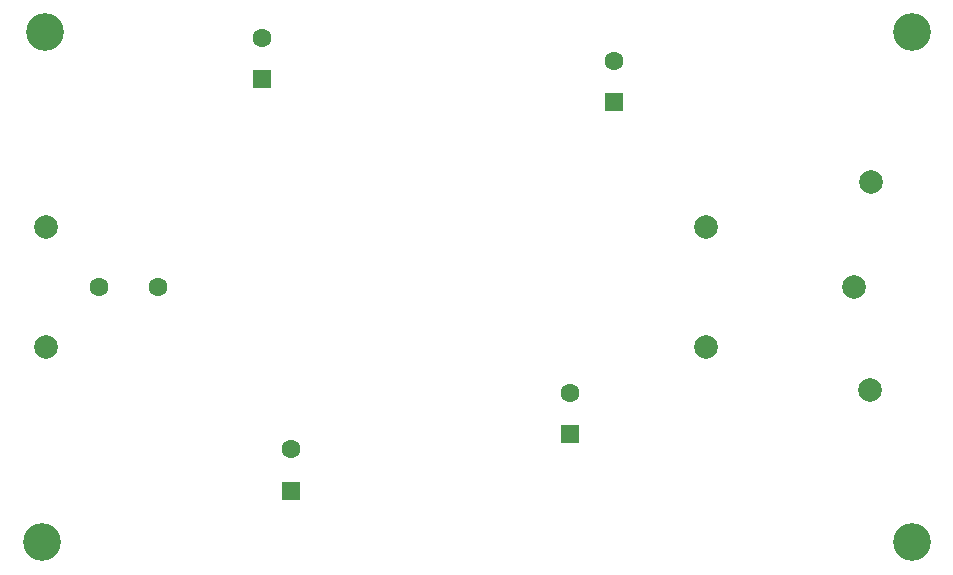
<source format=gbr>
G04 #@! TF.GenerationSoftware,KiCad,Pcbnew,(5.1.10-0-10_14)*
G04 #@! TF.CreationDate,2021-06-26T14:13:21+02:00*
G04 #@! TF.ProjectId,pre-amp-discret,7072652d-616d-4702-9d64-697363726574,rev?*
G04 #@! TF.SameCoordinates,Original*
G04 #@! TF.FileFunction,Soldermask,Bot*
G04 #@! TF.FilePolarity,Negative*
%FSLAX46Y46*%
G04 Gerber Fmt 4.6, Leading zero omitted, Abs format (unit mm)*
G04 Created by KiCad (PCBNEW (5.1.10-0-10_14)) date 2021-06-26 14:13:21*
%MOMM*%
%LPD*%
G01*
G04 APERTURE LIST*
%ADD10C,1.600000*%
%ADD11R,1.600000X1.600000*%
%ADD12C,2.000000*%
%ADD13C,3.200000*%
G04 APERTURE END LIST*
D10*
X170751500Y-130866000D03*
D11*
X170751500Y-134366000D03*
D12*
X194754500Y-121920000D03*
X196215000Y-113030000D03*
X196088000Y-130619500D03*
D10*
X174434500Y-102735500D03*
D11*
X174434500Y-106235500D03*
D10*
X147129500Y-135636000D03*
D11*
X147129500Y-139136000D03*
D10*
X144653000Y-100767000D03*
D11*
X144653000Y-104267000D03*
D12*
X182245000Y-127000000D03*
X182245000Y-116840000D03*
X126365000Y-127000000D03*
X126365000Y-116840000D03*
D13*
X126238000Y-100330000D03*
X125984000Y-143510000D03*
X199644000Y-143510000D03*
X199644000Y-100330000D03*
D10*
X130810000Y-121920000D03*
X135810000Y-121920000D03*
M02*

</source>
